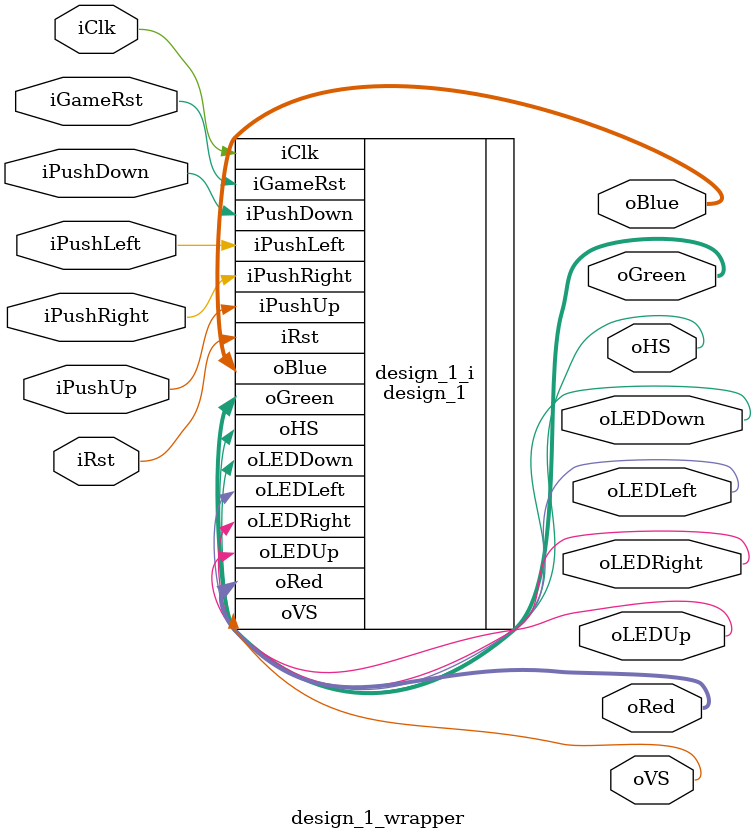
<source format=v>
`timescale 1 ps / 1 ps

module design_1_wrapper
   (iClk,
    iGameRst,
    iPushDown,
    iPushLeft,
    iPushRight,
    iPushUp,
    iRst,
    oBlue,
    oGreen,
    oHS,
    oLEDDown,
    oLEDLeft,
    oLEDRight,
    oLEDUp,
    oRed,
    oVS);
  input iClk;
  input iGameRst;
  input iPushDown;
  input iPushLeft;
  input iPushRight;
  input iPushUp;
  input iRst;
  output [3:0]oBlue;
  output [3:0]oGreen;
  output oHS;
  output oLEDDown;
  output oLEDLeft;
  output oLEDRight;
  output oLEDUp;
  output [3:0]oRed;
  output oVS;

  wire iClk;
  wire iGameRst;
  wire iPushDown;
  wire iPushLeft;
  wire iPushRight;
  wire iPushUp;
  wire iRst;
  wire [3:0]oBlue;
  wire [3:0]oGreen;
  wire oHS;
  wire oLEDDown;
  wire oLEDLeft;
  wire oLEDRight;
  wire oLEDUp;
  wire [3:0]oRed;
  wire oVS;

  design_1 design_1_i
       (.iClk(iClk),
        .iGameRst(iGameRst),
        .iPushDown(iPushDown),
        .iPushLeft(iPushLeft),
        .iPushRight(iPushRight),
        .iPushUp(iPushUp),
        .iRst(iRst),
        .oBlue(oBlue),
        .oGreen(oGreen),
        .oHS(oHS),
        .oLEDDown(oLEDDown),
        .oLEDLeft(oLEDLeft),
        .oLEDRight(oLEDRight),
        .oLEDUp(oLEDUp),
        .oRed(oRed),
        .oVS(oVS));
endmodule

</source>
